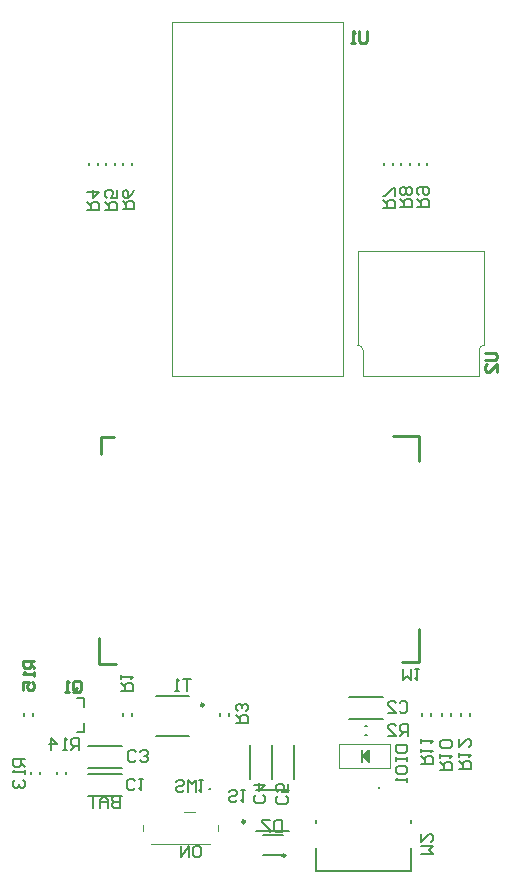
<source format=gbo>
G04*
G04 #@! TF.GenerationSoftware,Altium Limited,Altium Designer,21.2.1 (34)*
G04*
G04 Layer_Color=32896*
%FSLAX43Y43*%
%MOMM*%
G71*
G04*
G04 #@! TF.SameCoordinates,D37F3DA0-8DBA-475A-B69E-14A0DF471598*
G04*
G04*
G04 #@! TF.FilePolarity,Positive*
G04*
G01*
G75*
%ADD10C,0.100*%
%ADD11C,0.250*%
%ADD12C,0.200*%
%ADD15C,0.254*%
%ADD102C,0.102*%
D10*
X33675Y45195D02*
G03*
X33235Y45635I-440J0D01*
G01*
X43935D02*
G03*
X43495Y45195I0J-440D01*
G01*
X35124Y8135D02*
G03*
X35124Y8135I-100J0D01*
G01*
X17491Y42985D02*
Y72985D01*
X31991Y42985D02*
Y72985D01*
X17491D02*
X31991D01*
X17491Y42985D02*
X31991D01*
X33235Y45635D02*
Y53585D01*
X33675Y43035D02*
Y45195D01*
X43935Y45635D02*
Y53585D01*
X43495Y43035D02*
Y45195D01*
X33675Y43035D02*
X43495D01*
X33235Y53585D02*
X43935D01*
X15087Y4500D02*
Y5000D01*
Y4500D02*
Y5000D01*
X21387Y4500D02*
Y5000D01*
Y4500D02*
Y5000D01*
X18487Y6100D02*
X19487D01*
X18487D02*
X19487D01*
X15737Y3400D02*
X20737D01*
X15737D02*
X20737D01*
D11*
X27095Y2432D02*
G03*
X27095Y2432I-125J0D01*
G01*
X20185Y15174D02*
G03*
X20185Y15174I-125J0D01*
G01*
X23677Y5283D02*
G03*
X23677Y5283I-125J0D01*
G01*
D12*
X20637Y8050D02*
G03*
X20737Y8050I50J0D01*
G01*
D02*
G03*
X20637Y8050I-50J0D01*
G01*
D02*
G03*
X20737Y8050I50J0D01*
G01*
X33835Y13390D02*
X34035D01*
X33835Y12640D02*
X34035D01*
X32505Y13950D02*
X35364Y13950D01*
X32505Y15819D02*
X35364Y15819D01*
X4981Y14275D02*
Y14475D01*
X5731Y14275D02*
Y14475D01*
X9426Y15776D02*
X10048D01*
Y12876D02*
Y13677D01*
Y14974D02*
Y15776D01*
X9426Y12876D02*
X10048D01*
X7763Y9318D02*
Y9518D01*
X8513Y9318D02*
Y9518D01*
X5604Y9318D02*
Y9518D01*
X6354Y9318D02*
Y9518D01*
X42727Y14275D02*
Y14475D01*
X41977Y14275D02*
Y14475D01*
X39450Y14275D02*
Y14475D01*
X38700Y14275D02*
Y14475D01*
X41089Y14275D02*
Y14475D01*
X40339Y14275D02*
Y14475D01*
X39130Y60845D02*
Y61045D01*
X38380Y60845D02*
Y61045D01*
X37682Y60845D02*
Y61045D01*
X36932Y60845D02*
Y61045D01*
X36234Y60845D02*
Y61045D01*
X35484Y60845D02*
Y61045D01*
X14136Y60845D02*
Y61045D01*
X13386Y60845D02*
Y61045D01*
X12688Y60845D02*
Y61045D01*
X11938Y60845D02*
Y61045D01*
X11240Y60845D02*
Y61045D01*
X10490Y60845D02*
Y61045D01*
X22331Y14271D02*
Y14471D01*
X21581Y14271D02*
Y14471D01*
X33576Y10371D02*
Y11371D01*
X34076Y10571D02*
Y11171D01*
X34176Y10371D02*
Y11371D01*
X33676Y10871D02*
X34176Y11371D01*
X33676Y10871D02*
X34176Y10371D01*
X33926Y10721D02*
Y11021D01*
X27858Y8909D02*
Y11767D01*
X25990Y8909D02*
Y11767D01*
X26004Y8909D02*
Y11767D01*
X24136Y8909D02*
Y11767D01*
X10407Y11704D02*
X13266D01*
X10407Y9835D02*
X13266D01*
X29725Y5148D02*
Y5448D01*
Y1148D02*
X37725D01*
X29725D02*
Y3048D01*
X37725Y1148D02*
Y3048D01*
Y5148D02*
Y5448D01*
X25206Y4125D02*
X26906D01*
X25206Y2425D02*
X26906D01*
X16175Y15924D02*
X18975D01*
X16175Y12524D02*
X18975D01*
X24637Y7933D02*
X27437D01*
X24637Y4533D02*
X27437D01*
X14076Y14275D02*
Y14475D01*
X13326Y14275D02*
Y14475D01*
X10407Y9342D02*
X13266D01*
X10407Y7473D02*
X13266D01*
X19468Y3257D02*
X19801D01*
X19968Y3090D01*
Y2424D01*
X19801Y2257D01*
X19468D01*
X19301Y2424D01*
Y3090D01*
X19468Y3257D01*
X18968Y2257D02*
Y3257D01*
X18301Y2257D01*
Y3257D01*
X13110Y7473D02*
Y6474D01*
X12610D01*
X12443Y6640D01*
Y6807D01*
X12610Y6974D01*
X13110D01*
X12610D01*
X12443Y7140D01*
Y7307D01*
X12610Y7473D01*
X13110D01*
X12110Y6474D02*
Y7140D01*
X11777Y7473D01*
X11443Y7140D01*
Y6474D01*
Y6974D01*
X12110D01*
X11110Y7473D02*
X10444D01*
X10777D01*
Y6474D01*
X37078Y18254D02*
Y17255D01*
X37411Y17588D01*
X37744Y17255D01*
Y18254D01*
X38078D02*
X38411D01*
X38244D01*
Y17255D01*
X38078Y17421D01*
X37460Y12556D02*
Y13555D01*
X36960D01*
X36793Y13389D01*
Y13056D01*
X36960Y12889D01*
X37460D01*
X37127D02*
X36793Y12556D01*
X35794D02*
X36460D01*
X35794Y13222D01*
Y13389D01*
X35960Y13555D01*
X36294D01*
X36460Y13389D01*
X36768Y15345D02*
X36935Y15511D01*
X37268D01*
X37434Y15345D01*
Y14678D01*
X37268Y14512D01*
X36935D01*
X36768Y14678D01*
X35768Y14512D02*
X36435D01*
X35768Y15178D01*
Y15345D01*
X35935Y15511D01*
X36268D01*
X36435Y15345D01*
X9632Y11362D02*
Y12362D01*
X9132D01*
X8965Y12195D01*
Y11862D01*
X9132Y11695D01*
X9632D01*
X9298D02*
X8965Y11362D01*
X8632D02*
X8299D01*
X8465D01*
Y12362D01*
X8632Y12195D01*
X7299Y11362D02*
Y12362D01*
X7799Y11862D01*
X7132D01*
X5072Y10622D02*
X4072D01*
Y10122D01*
X4239Y9956D01*
X4572D01*
X4739Y10122D01*
Y10622D01*
Y10289D02*
X5072Y9956D01*
Y9623D02*
Y9289D01*
Y9456D01*
X4072D01*
X4239Y9623D01*
Y8789D02*
X4072Y8623D01*
Y8290D01*
X4239Y8123D01*
X4405D01*
X4572Y8290D01*
Y8456D01*
Y8290D01*
X4739Y8123D01*
X4905D01*
X5072Y8290D01*
Y8623D01*
X4905Y8789D01*
X41817Y9749D02*
X42816D01*
Y10248D01*
X42650Y10415D01*
X42316D01*
X42150Y10248D01*
Y9749D01*
Y10082D02*
X41817Y10415D01*
Y10748D02*
Y11082D01*
Y10915D01*
X42816D01*
X42650Y10748D01*
X41817Y12248D02*
Y11581D01*
X42483Y12248D01*
X42650D01*
X42816Y12081D01*
Y11748D01*
X42650Y11581D01*
X38616Y10144D02*
X39616D01*
Y10644D01*
X39449Y10810D01*
X39116D01*
X38949Y10644D01*
Y10144D01*
Y10477D02*
X38616Y10810D01*
Y11144D02*
Y11477D01*
Y11310D01*
X39616D01*
X39449Y11144D01*
X38616Y11977D02*
Y12310D01*
Y12143D01*
X39616D01*
X39449Y11977D01*
X40191Y9698D02*
X41191D01*
Y10198D01*
X41024Y10364D01*
X40691D01*
X40524Y10198D01*
Y9698D01*
Y10031D02*
X40191Y10364D01*
Y10697D02*
Y11031D01*
Y10864D01*
X41191D01*
X41024Y10697D01*
Y11531D02*
X41191Y11697D01*
Y12030D01*
X41024Y12197D01*
X40358D01*
X40191Y12030D01*
Y11697D01*
X40358Y11531D01*
X41024D01*
X38261Y57333D02*
X39260D01*
Y57833D01*
X39094Y57999D01*
X38760D01*
X38594Y57833D01*
Y57333D01*
Y57666D02*
X38261Y57999D01*
X38427Y58333D02*
X38261Y58499D01*
Y58832D01*
X38427Y58999D01*
X39094D01*
X39260Y58832D01*
Y58499D01*
X39094Y58333D01*
X38927D01*
X38760Y58499D01*
Y58999D01*
X36838Y57333D02*
X37838D01*
Y57833D01*
X37671Y57999D01*
X37338D01*
X37171Y57833D01*
Y57333D01*
Y57666D02*
X36838Y57999D01*
X37671Y58333D02*
X37838Y58499D01*
Y58832D01*
X37671Y58999D01*
X37505D01*
X37338Y58832D01*
X37171Y58999D01*
X37005D01*
X36838Y58832D01*
Y58499D01*
X37005Y58333D01*
X37171D01*
X37338Y58499D01*
X37505Y58333D01*
X37671D01*
X37338Y58499D02*
Y58832D01*
X35390Y57282D02*
X36390D01*
Y57782D01*
X36223Y57949D01*
X35890D01*
X35724Y57782D01*
Y57282D01*
Y57615D02*
X35390Y57949D01*
X36390Y58282D02*
Y58948D01*
X36223D01*
X35557Y58282D01*
X35390D01*
X13318Y57130D02*
X14317D01*
Y57630D01*
X14151Y57796D01*
X13818D01*
X13651Y57630D01*
Y57130D01*
Y57463D02*
X13318Y57796D01*
X14317Y58796D02*
X14151Y58463D01*
X13818Y58129D01*
X13484D01*
X13318Y58296D01*
Y58629D01*
X13484Y58796D01*
X13651D01*
X13818Y58629D01*
Y58129D01*
X11845Y57079D02*
X12844D01*
Y57579D01*
X12678Y57745D01*
X12344D01*
X12178Y57579D01*
Y57079D01*
Y57412D02*
X11845Y57745D01*
X12844Y58745D02*
Y58079D01*
X12344D01*
X12511Y58412D01*
Y58578D01*
X12344Y58745D01*
X12011D01*
X11845Y58578D01*
Y58245D01*
X12011Y58079D01*
X10346Y57079D02*
X11346D01*
Y57579D01*
X11179Y57745D01*
X10846D01*
X10679Y57579D01*
Y57079D01*
Y57412D02*
X10346Y57745D01*
Y58578D02*
X11346D01*
X10846Y58079D01*
Y58745D01*
X22919Y13620D02*
X23919D01*
Y14119D01*
X23752Y14286D01*
X23419D01*
X23252Y14119D01*
Y13620D01*
Y13953D02*
X22919Y14286D01*
X23752Y14619D02*
X23919Y14786D01*
Y15119D01*
X23752Y15286D01*
X23585D01*
X23419Y15119D01*
Y14952D01*
Y15119D01*
X23252Y15286D01*
X23086D01*
X22919Y15119D01*
Y14786D01*
X23086Y14619D01*
X36432Y11794D02*
X37431D01*
Y11294D01*
X37265Y11127D01*
X36598D01*
X36432Y11294D01*
Y11794D01*
Y10794D02*
Y10461D01*
Y10627D01*
X37431D01*
Y10794D01*
Y10461D01*
X36432Y9461D02*
Y9794D01*
X36598Y9961D01*
X37265D01*
X37431Y9794D01*
Y9461D01*
X37265Y9294D01*
X36598D01*
X36432Y9461D01*
X37431Y8961D02*
Y8628D01*
Y8795D01*
X36432D01*
X36598Y8961D01*
X27150Y7463D02*
X27317Y7297D01*
Y6964D01*
X27150Y6797D01*
X26484D01*
X26317Y6964D01*
Y7297D01*
X26484Y7463D01*
X27317Y8463D02*
Y7797D01*
X26817D01*
X26983Y8130D01*
Y8296D01*
X26817Y8463D01*
X26484D01*
X26317Y8296D01*
Y7963D01*
X26484Y7797D01*
X25242Y7565D02*
X25408Y7398D01*
Y7065D01*
X25242Y6899D01*
X24575D01*
X24409Y7065D01*
Y7398D01*
X24575Y7565D01*
X24409Y8398D02*
X25408D01*
X24908Y7898D01*
Y8565D01*
X14438Y10538D02*
X14272Y10371D01*
X13939D01*
X13772Y10538D01*
Y11204D01*
X13939Y11371D01*
X14272D01*
X14438Y11204D01*
X14772Y10538D02*
X14938Y10371D01*
X15271D01*
X15438Y10538D01*
Y10705D01*
X15271Y10871D01*
X15105D01*
X15271D01*
X15438Y11038D01*
Y11204D01*
X15271Y11371D01*
X14938D01*
X14772Y11204D01*
X38616Y2571D02*
X39616D01*
X39283Y2904D01*
X39616Y3237D01*
X38616D01*
Y4237D02*
Y3570D01*
X39283Y4237D01*
X39449D01*
X39616Y4070D01*
Y3737D01*
X39449Y3570D01*
X26827Y5450D02*
Y4450D01*
X26327D01*
X26160Y4617D01*
Y5283D01*
X26327Y5450D01*
X26827D01*
X25827D02*
X25161D01*
Y5283D01*
X25827Y4617D01*
Y4450D01*
X19081Y17391D02*
X18415D01*
X18748D01*
Y16391D01*
X18082D02*
X17749D01*
X17915D01*
Y17391D01*
X18082Y17224D01*
X18499Y7973D02*
X18333Y7806D01*
X18000D01*
X17833Y7973D01*
Y8139D01*
X18000Y8306D01*
X18333D01*
X18499Y8472D01*
Y8639D01*
X18333Y8806D01*
X18000D01*
X17833Y8639D01*
X18833Y7806D02*
Y8806D01*
X19166Y8472D01*
X19499Y8806D01*
Y7806D01*
X19832Y8806D02*
X20165D01*
X19999D01*
Y7806D01*
X19832Y7973D01*
X23038Y7160D02*
X22871Y6993D01*
X22538D01*
X22371Y7160D01*
Y7326D01*
X22538Y7493D01*
X22871D01*
X23038Y7660D01*
Y7826D01*
X22871Y7993D01*
X22538D01*
X22371Y7826D01*
X23371Y7993D02*
X23704D01*
X23538D01*
Y6993D01*
X23371Y7160D01*
X13216Y16352D02*
X14216D01*
Y16851D01*
X14049Y17018D01*
X13716D01*
X13549Y16851D01*
Y16352D01*
Y16685D02*
X13216Y17018D01*
Y17351D02*
Y17684D01*
Y17518D01*
X14216D01*
X14049Y17351D01*
X14402Y8100D02*
X14235Y7933D01*
X13902D01*
X13735Y8100D01*
Y8766D01*
X13902Y8933D01*
X14235D01*
X14402Y8766D01*
X14735Y8933D02*
X15068D01*
X14902D01*
Y7933D01*
X14735Y8100D01*
D15*
X37001Y18778D02*
X38398D01*
Y21572D01*
X11347Y18651D02*
X12744D01*
X11347D02*
Y20810D01*
X11474Y36431D02*
Y37828D01*
X12617D01*
X38398Y35796D02*
Y37955D01*
X36239D02*
X38398D01*
X34017Y72204D02*
Y71371D01*
X33850Y71204D01*
X33517D01*
X33350Y71371D01*
Y72204D01*
X33017Y71204D02*
X32684D01*
X32850D01*
Y72204D01*
X33017Y72037D01*
X44026Y45004D02*
X44859D01*
X45026Y44837D01*
Y44504D01*
X44859Y44337D01*
X44026D01*
X45026Y43338D02*
Y44004D01*
X44360Y43338D01*
X44193D01*
X44026Y43504D01*
Y43837D01*
X44193Y44004D01*
X5859Y18928D02*
X4860D01*
Y18428D01*
X5026Y18262D01*
X5359D01*
X5526Y18428D01*
Y18928D01*
Y18595D02*
X5859Y18262D01*
Y17928D02*
Y17595D01*
Y17762D01*
X4860D01*
X5026Y17928D01*
X4860Y16429D02*
Y17095D01*
X5359D01*
X5193Y16762D01*
Y16595D01*
X5359Y16429D01*
X5693D01*
X5859Y16595D01*
Y16929D01*
X5693Y17095D01*
X9093Y16405D02*
Y17072D01*
X9260Y17238D01*
X9593D01*
X9760Y17072D01*
Y16405D01*
X9593Y16239D01*
X9260D01*
X9426Y16572D02*
X9093Y16239D01*
X9260D02*
X9093Y16405D01*
X8760Y16239D02*
X8427D01*
X8593D01*
Y17238D01*
X8760Y17072D01*
D102*
X31674Y9855D02*
Y11887D01*
Y9855D02*
X35992D01*
Y11887D01*
X31674D02*
X35992D01*
M02*

</source>
